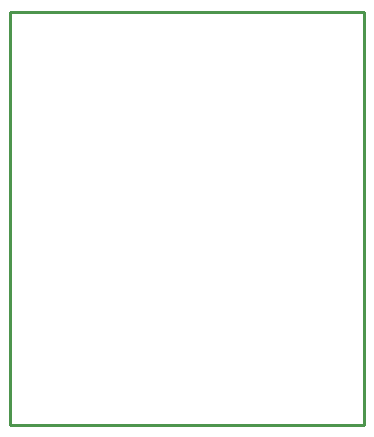
<source format=gko>
G04*
G04 #@! TF.GenerationSoftware,Altium Limited,Altium Designer,19.0.10 (269)*
G04*
G04 Layer_Color=16711935*
%FSLAX25Y25*%
%MOIN*%
G70*
G01*
G75*
%ADD10C,0.01000*%
D10*
X0Y-137795D02*
Y0D01*
Y-137795D02*
X117717D01*
Y0D01*
X0D02*
X117717D01*
M02*

</source>
